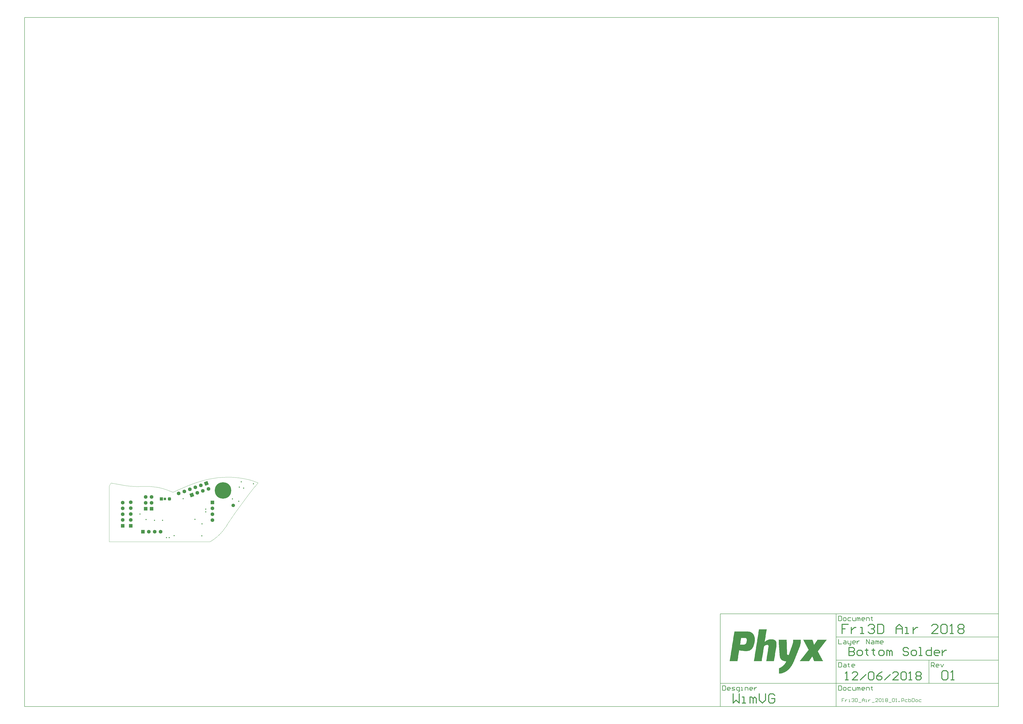
<source format=gbs>
G04*
G04 #@! TF.GenerationSoftware,Altium Limited,Altium Designer,18.1.6 (161)*
G04*
G04 Layer_Color=16711935*
%FSLAX25Y25*%
%MOIN*%
G70*
G01*
G75*
%ADD10C,0.00787*%
%ADD11C,0.00984*%
%ADD13C,0.01575*%
%ADD18C,0.00394*%
%ADD47C,0.06299*%
%ADD48R,0.06299X0.06299*%
%ADD49R,0.04331X0.04331*%
G04:AMPARAMS|DCode=50|XSize=43.31mil|YSize=43.31mil|CornerRadius=11.81mil|HoleSize=0mil|Usage=FLASHONLY|Rotation=0.000|XOffset=0mil|YOffset=0mil|HoleType=Round|Shape=RoundedRectangle|*
%AMROUNDEDRECTD50*
21,1,0.04331,0.01968,0,0,0.0*
21,1,0.01968,0.04331,0,0,0.0*
1,1,0.02362,0.00984,-0.00984*
1,1,0.02362,-0.00984,-0.00984*
1,1,0.02362,-0.00984,0.00984*
1,1,0.02362,0.00984,0.00984*
%
%ADD50ROUNDEDRECTD50*%
G04:AMPARAMS|DCode=51|XSize=53.15mil|YSize=53.15mil|CornerRadius=14.27mil|HoleSize=0mil|Usage=FLASHONLY|Rotation=0.000|XOffset=0mil|YOffset=0mil|HoleType=Round|Shape=RoundedRectangle|*
%AMROUNDEDRECTD51*
21,1,0.05315,0.02461,0,0,0.0*
21,1,0.02461,0.05315,0,0,0.0*
1,1,0.02854,0.01230,-0.01230*
1,1,0.02854,-0.01230,-0.01230*
1,1,0.02854,-0.01230,0.01230*
1,1,0.02854,0.01230,0.01230*
%
%ADD51ROUNDEDRECTD51*%
%ADD52R,0.05315X0.05315*%
%ADD53R,0.06299X0.06299*%
%ADD54C,0.05906*%
%ADD55P,0.08908X4X65.0*%
%ADD56C,0.27953*%
%ADD73C,0.01968*%
G36*
X913926Y-152365D02*
X915644D01*
Y-152651D01*
X916503D01*
Y-152937D01*
X917362D01*
Y-153224D01*
X918221D01*
Y-153510D01*
X918793D01*
Y-153796D01*
X919080D01*
Y-154083D01*
X919652D01*
Y-154369D01*
X919939D01*
Y-154655D01*
X920511D01*
Y-154942D01*
X920798D01*
Y-155228D01*
X921084D01*
Y-155514D01*
X921370D01*
Y-155801D01*
X921657D01*
Y-156087D01*
X921943D01*
Y-156373D01*
X922229D01*
Y-156659D01*
Y-156946D01*
X922515D01*
Y-157232D01*
X922802D01*
Y-157518D01*
Y-157805D01*
X923088D01*
Y-158091D01*
X923374D01*
Y-158377D01*
Y-158664D01*
X923661D01*
Y-158950D01*
Y-159236D01*
Y-159523D01*
X923947D01*
Y-159809D01*
Y-160095D01*
Y-160382D01*
X924233D01*
Y-160668D01*
Y-160954D01*
Y-161240D01*
Y-161527D01*
X924520D01*
Y-161813D01*
Y-162100D01*
Y-162386D01*
Y-162672D01*
Y-162958D01*
X924806D01*
Y-163245D01*
Y-163531D01*
Y-163817D01*
Y-164104D01*
Y-164390D01*
Y-164676D01*
Y-164963D01*
Y-165249D01*
Y-165535D01*
Y-165822D01*
Y-166108D01*
Y-166394D01*
Y-166681D01*
Y-166967D01*
Y-167253D01*
Y-167539D01*
Y-167826D01*
Y-168112D01*
Y-168398D01*
Y-168685D01*
X924520D01*
Y-168971D01*
Y-169257D01*
Y-169544D01*
Y-169830D01*
Y-170116D01*
Y-170403D01*
Y-170689D01*
X924233D01*
Y-170975D01*
Y-171262D01*
Y-171548D01*
Y-171834D01*
Y-172120D01*
X923947D01*
Y-172407D01*
Y-172693D01*
Y-172979D01*
Y-173266D01*
Y-173552D01*
X923661D01*
Y-173838D01*
Y-174125D01*
Y-174411D01*
X923374D01*
Y-174697D01*
Y-174984D01*
Y-175270D01*
Y-175556D01*
X923088D01*
Y-175842D01*
Y-176129D01*
Y-176415D01*
X922802D01*
Y-176701D01*
Y-176988D01*
X922515D01*
Y-177274D01*
Y-177560D01*
Y-177847D01*
X922229D01*
Y-178133D01*
Y-178419D01*
X921943D01*
Y-178706D01*
Y-178992D01*
X921657D01*
Y-179278D01*
Y-179565D01*
X921370D01*
Y-179851D01*
X921084D01*
Y-180137D01*
Y-180423D01*
X920798D01*
Y-180710D01*
X920511D01*
Y-180996D01*
X920225D01*
Y-181282D01*
Y-181569D01*
X919939D01*
Y-181855D01*
X919652D01*
Y-182141D01*
X919366D01*
Y-182428D01*
X919080D01*
Y-182714D01*
X918793D01*
Y-183000D01*
X918221D01*
Y-183287D01*
X917934D01*
Y-183573D01*
X917362D01*
Y-183859D01*
X917076D01*
Y-184146D01*
X916503D01*
Y-184432D01*
X915644D01*
Y-184718D01*
X914785D01*
Y-185004D01*
X913926D01*
Y-185291D01*
X912208D01*
Y-185577D01*
X907055D01*
Y-185291D01*
X904478D01*
Y-185004D01*
X902474D01*
Y-184718D01*
X901042D01*
Y-184432D01*
X899610D01*
Y-184146D01*
X898179D01*
Y-184432D01*
Y-184718D01*
Y-185004D01*
Y-185291D01*
Y-185577D01*
Y-185863D01*
Y-186150D01*
X897892D01*
Y-186436D01*
Y-186722D01*
Y-187009D01*
Y-187295D01*
Y-187581D01*
Y-187868D01*
X897606D01*
Y-188154D01*
Y-188440D01*
Y-188727D01*
Y-189013D01*
Y-189299D01*
Y-189585D01*
X897320D01*
Y-189872D01*
Y-190158D01*
Y-190444D01*
Y-190731D01*
Y-191017D01*
Y-191303D01*
Y-191590D01*
X897034D01*
Y-191876D01*
Y-192162D01*
Y-192449D01*
Y-192735D01*
Y-193021D01*
Y-193308D01*
X896747D01*
Y-193594D01*
Y-193880D01*
Y-194167D01*
Y-194453D01*
Y-194739D01*
Y-195025D01*
X896461D01*
Y-195312D01*
Y-195598D01*
Y-195884D01*
Y-196171D01*
Y-196457D01*
Y-196743D01*
Y-197030D01*
X896175D01*
Y-197316D01*
Y-197602D01*
Y-197889D01*
Y-198175D01*
Y-198461D01*
Y-198748D01*
X895888D01*
Y-199034D01*
Y-199320D01*
Y-199606D01*
Y-199893D01*
Y-200179D01*
Y-200465D01*
X895602D01*
Y-200752D01*
Y-201038D01*
Y-201324D01*
Y-201611D01*
Y-201897D01*
Y-202183D01*
Y-202470D01*
X882145D01*
Y-202183D01*
X882432D01*
Y-201897D01*
Y-201611D01*
Y-201324D01*
Y-201038D01*
Y-200752D01*
X882718D01*
Y-200465D01*
Y-200179D01*
Y-199893D01*
Y-199606D01*
Y-199320D01*
Y-199034D01*
Y-198748D01*
X883004D01*
Y-198461D01*
Y-198175D01*
Y-197889D01*
Y-197602D01*
Y-197316D01*
Y-197030D01*
X883291D01*
Y-196743D01*
Y-196457D01*
Y-196171D01*
Y-195884D01*
Y-195598D01*
Y-195312D01*
X883577D01*
Y-195025D01*
Y-194739D01*
Y-194453D01*
Y-194167D01*
Y-193880D01*
Y-193594D01*
Y-193308D01*
X883863D01*
Y-193021D01*
Y-192735D01*
Y-192449D01*
Y-192162D01*
Y-191876D01*
Y-191590D01*
X884149D01*
Y-191303D01*
Y-191017D01*
Y-190731D01*
Y-190444D01*
Y-190158D01*
Y-189872D01*
X884436D01*
Y-189585D01*
Y-189299D01*
Y-189013D01*
Y-188727D01*
Y-188440D01*
Y-188154D01*
X884722D01*
Y-187868D01*
Y-187581D01*
Y-187295D01*
Y-187009D01*
Y-186722D01*
Y-186436D01*
Y-186150D01*
X885009D01*
Y-185863D01*
Y-185577D01*
Y-185291D01*
Y-185004D01*
Y-184718D01*
Y-184432D01*
X885295D01*
Y-184146D01*
Y-183859D01*
Y-183573D01*
Y-183287D01*
Y-183000D01*
Y-182714D01*
X885581D01*
Y-182428D01*
Y-182141D01*
Y-181855D01*
Y-181569D01*
Y-181282D01*
Y-180996D01*
X885867D01*
Y-180710D01*
Y-180423D01*
Y-180137D01*
Y-179851D01*
Y-179565D01*
Y-179278D01*
Y-178992D01*
X886154D01*
Y-178706D01*
Y-178419D01*
Y-178133D01*
Y-177847D01*
Y-177560D01*
Y-177274D01*
X886440D01*
Y-176988D01*
Y-176701D01*
Y-176415D01*
Y-176129D01*
Y-175842D01*
Y-175556D01*
X886726D01*
Y-175270D01*
Y-174984D01*
Y-174697D01*
Y-174411D01*
Y-174125D01*
Y-173838D01*
Y-173552D01*
X887013D01*
Y-173266D01*
Y-172979D01*
Y-172693D01*
Y-172407D01*
Y-172120D01*
Y-171834D01*
X887299D01*
Y-171548D01*
Y-171262D01*
Y-170975D01*
Y-170689D01*
Y-170403D01*
Y-170116D01*
X887585D01*
Y-169830D01*
Y-169544D01*
Y-169257D01*
Y-168971D01*
Y-168685D01*
Y-168398D01*
X887872D01*
Y-168112D01*
Y-167826D01*
Y-167539D01*
Y-167253D01*
Y-166967D01*
Y-166681D01*
Y-166394D01*
X888158D01*
Y-166108D01*
Y-165822D01*
Y-165535D01*
Y-165249D01*
Y-164963D01*
Y-164676D01*
X888444D01*
Y-164390D01*
Y-164104D01*
Y-163817D01*
Y-163531D01*
Y-163245D01*
Y-162958D01*
X888731D01*
Y-162672D01*
Y-162386D01*
Y-162100D01*
Y-161813D01*
Y-161527D01*
Y-161240D01*
Y-160954D01*
X889017D01*
Y-160668D01*
Y-160382D01*
Y-160095D01*
Y-159809D01*
Y-159523D01*
Y-159236D01*
X889303D01*
Y-158950D01*
Y-158664D01*
Y-158377D01*
Y-158091D01*
Y-157805D01*
Y-157518D01*
X889590D01*
Y-157232D01*
Y-156946D01*
Y-156659D01*
Y-156373D01*
Y-156087D01*
Y-155801D01*
Y-155514D01*
X889876D01*
Y-155228D01*
Y-154942D01*
Y-154655D01*
Y-154369D01*
Y-154083D01*
Y-153796D01*
X890162D01*
Y-153510D01*
Y-153224D01*
Y-152937D01*
Y-152651D01*
Y-152365D01*
Y-152078D01*
X913926D01*
Y-152365D01*
D02*
G37*
G36*
X945134Y-148929D02*
Y-149215D01*
X944848D01*
Y-149502D01*
Y-149788D01*
Y-150074D01*
Y-150361D01*
Y-150647D01*
Y-150933D01*
X944561D01*
Y-151220D01*
Y-151506D01*
Y-151792D01*
Y-152078D01*
Y-152365D01*
Y-152651D01*
X944275D01*
Y-152937D01*
Y-153224D01*
Y-153510D01*
Y-153796D01*
Y-154083D01*
Y-154369D01*
Y-154655D01*
X943989D01*
Y-154942D01*
Y-155228D01*
Y-155514D01*
Y-155801D01*
Y-156087D01*
Y-156373D01*
X943703D01*
Y-156659D01*
Y-156946D01*
Y-157232D01*
Y-157518D01*
Y-157805D01*
Y-158091D01*
X943416D01*
Y-158377D01*
Y-158664D01*
Y-158950D01*
Y-159236D01*
Y-159523D01*
Y-159809D01*
Y-160095D01*
X943130D01*
Y-160382D01*
Y-160668D01*
Y-160954D01*
Y-161240D01*
Y-161527D01*
Y-161813D01*
X942844D01*
Y-162100D01*
Y-162386D01*
Y-162672D01*
Y-162958D01*
Y-163245D01*
Y-163531D01*
X942557D01*
Y-163817D01*
Y-164104D01*
Y-164390D01*
Y-164676D01*
Y-164963D01*
Y-165249D01*
X942271D01*
Y-165535D01*
Y-165822D01*
Y-166108D01*
Y-166394D01*
Y-166681D01*
Y-166967D01*
Y-167253D01*
X941985D01*
Y-167539D01*
Y-167826D01*
Y-168112D01*
Y-168398D01*
Y-168685D01*
Y-168971D01*
X941698D01*
Y-169257D01*
Y-169544D01*
X942271D01*
Y-169257D01*
X942557D01*
Y-168971D01*
X942844D01*
Y-168685D01*
X943416D01*
Y-168398D01*
X943703D01*
Y-168112D01*
X943989D01*
Y-167826D01*
X944561D01*
Y-167539D01*
X945134D01*
Y-167253D01*
X945420D01*
Y-166967D01*
X945993D01*
Y-166681D01*
X946852D01*
Y-166394D01*
X947425D01*
Y-166108D01*
X948284D01*
Y-165822D01*
X949715D01*
Y-165535D01*
X956014D01*
Y-165822D01*
X957159D01*
Y-166108D01*
X958018D01*
Y-166394D01*
X958591D01*
Y-166681D01*
X958877D01*
Y-166967D01*
X959450D01*
Y-167253D01*
X959736D01*
Y-167539D01*
X960022D01*
Y-167826D01*
X960309D01*
Y-168112D01*
X960595D01*
Y-168398D01*
Y-168685D01*
X960881D01*
Y-168971D01*
Y-169257D01*
X961168D01*
Y-169544D01*
Y-169830D01*
Y-170116D01*
X961454D01*
Y-170403D01*
Y-170689D01*
Y-170975D01*
Y-171262D01*
X961740D01*
Y-171548D01*
Y-171834D01*
Y-172120D01*
Y-172407D01*
Y-172693D01*
Y-172979D01*
Y-173266D01*
Y-173552D01*
Y-173838D01*
Y-174125D01*
Y-174411D01*
Y-174697D01*
Y-174984D01*
Y-175270D01*
Y-175556D01*
Y-175842D01*
Y-176129D01*
Y-176415D01*
X961454D01*
Y-176701D01*
Y-176988D01*
Y-177274D01*
Y-177560D01*
Y-177847D01*
Y-178133D01*
Y-178419D01*
X961168D01*
Y-178706D01*
Y-178992D01*
Y-179278D01*
Y-179565D01*
Y-179851D01*
Y-180137D01*
Y-180423D01*
X960881D01*
Y-180710D01*
Y-180996D01*
Y-181282D01*
Y-181569D01*
Y-181855D01*
Y-182141D01*
X960595D01*
Y-182428D01*
Y-182714D01*
Y-183000D01*
Y-183287D01*
Y-183573D01*
Y-183859D01*
X960309D01*
Y-184146D01*
Y-184432D01*
Y-184718D01*
Y-185004D01*
Y-185291D01*
Y-185577D01*
X960022D01*
Y-185863D01*
Y-186150D01*
Y-186436D01*
Y-186722D01*
Y-187009D01*
Y-187295D01*
Y-187581D01*
X959736D01*
Y-187868D01*
Y-188154D01*
Y-188440D01*
Y-188727D01*
Y-189013D01*
Y-189299D01*
X959450D01*
Y-189585D01*
Y-189872D01*
Y-190158D01*
Y-190444D01*
Y-190731D01*
Y-191017D01*
X959163D01*
Y-191303D01*
Y-191590D01*
Y-191876D01*
Y-192162D01*
Y-192449D01*
Y-192735D01*
Y-193021D01*
X958877D01*
Y-193308D01*
Y-193594D01*
Y-193880D01*
Y-194167D01*
Y-194453D01*
Y-194739D01*
X958591D01*
Y-195025D01*
Y-195312D01*
Y-195598D01*
Y-195884D01*
Y-196171D01*
Y-196457D01*
X958305D01*
Y-196743D01*
Y-197030D01*
Y-197316D01*
Y-197602D01*
Y-197889D01*
Y-198175D01*
X958018D01*
Y-198461D01*
Y-198748D01*
Y-199034D01*
Y-199320D01*
Y-199606D01*
Y-199893D01*
Y-200179D01*
X957732D01*
Y-200465D01*
Y-200752D01*
Y-201038D01*
Y-201324D01*
Y-201611D01*
Y-201897D01*
X957446D01*
Y-202183D01*
Y-202470D01*
X944275D01*
Y-202183D01*
Y-201897D01*
X944561D01*
Y-201611D01*
Y-201324D01*
Y-201038D01*
Y-200752D01*
Y-200465D01*
Y-200179D01*
X944848D01*
Y-199893D01*
Y-199606D01*
Y-199320D01*
Y-199034D01*
Y-198748D01*
Y-198461D01*
Y-198175D01*
X945134D01*
Y-197889D01*
Y-197602D01*
Y-197316D01*
Y-197030D01*
Y-196743D01*
Y-196457D01*
X945420D01*
Y-196171D01*
Y-195884D01*
Y-195598D01*
Y-195312D01*
Y-195025D01*
Y-194739D01*
X945707D01*
Y-194453D01*
Y-194167D01*
Y-193880D01*
Y-193594D01*
Y-193308D01*
Y-193021D01*
Y-192735D01*
X945993D01*
Y-192449D01*
Y-192162D01*
Y-191876D01*
Y-191590D01*
Y-191303D01*
Y-191017D01*
X946279D01*
Y-190731D01*
Y-190444D01*
Y-190158D01*
Y-189872D01*
Y-189585D01*
Y-189299D01*
Y-189013D01*
X946566D01*
Y-188727D01*
Y-188440D01*
Y-188154D01*
Y-187868D01*
Y-187581D01*
Y-187295D01*
X946852D01*
Y-187009D01*
Y-186722D01*
Y-186436D01*
Y-186150D01*
Y-185863D01*
Y-185577D01*
X947138D01*
Y-185291D01*
Y-185004D01*
Y-184718D01*
Y-184432D01*
Y-184146D01*
Y-183859D01*
X947425D01*
Y-183573D01*
Y-183287D01*
Y-183000D01*
Y-182714D01*
Y-182428D01*
Y-182141D01*
Y-181855D01*
X947711D01*
Y-181569D01*
Y-181282D01*
Y-180996D01*
Y-180710D01*
Y-180423D01*
Y-180137D01*
X947997D01*
Y-179851D01*
Y-179565D01*
Y-179278D01*
Y-178992D01*
Y-178706D01*
Y-178419D01*
Y-178133D01*
X948284D01*
Y-177847D01*
Y-177560D01*
Y-177274D01*
Y-176988D01*
Y-176701D01*
Y-176415D01*
X947997D01*
Y-176129D01*
Y-175842D01*
X947711D01*
Y-175556D01*
X947425D01*
Y-175270D01*
X946852D01*
Y-174984D01*
X945134D01*
Y-175270D01*
X943703D01*
Y-175556D01*
X942844D01*
Y-175842D01*
X942271D01*
Y-176129D01*
X941985D01*
Y-176415D01*
X941412D01*
Y-176701D01*
X941126D01*
Y-176988D01*
X940839D01*
Y-177274D01*
Y-177560D01*
X940553D01*
Y-177847D01*
Y-178133D01*
Y-178419D01*
X940267D01*
Y-178706D01*
Y-178992D01*
Y-179278D01*
Y-179565D01*
Y-179851D01*
Y-180137D01*
X939981D01*
Y-180423D01*
Y-180710D01*
Y-180996D01*
Y-181282D01*
Y-181569D01*
Y-181855D01*
Y-182141D01*
X939694D01*
Y-182428D01*
Y-182714D01*
Y-183000D01*
Y-183287D01*
Y-183573D01*
Y-183859D01*
X939408D01*
Y-184146D01*
Y-184432D01*
Y-184718D01*
Y-185004D01*
Y-185291D01*
Y-185577D01*
X939122D01*
Y-185863D01*
Y-186150D01*
Y-186436D01*
Y-186722D01*
Y-187009D01*
Y-187295D01*
X938835D01*
Y-187581D01*
Y-187868D01*
Y-188154D01*
Y-188440D01*
Y-188727D01*
Y-189013D01*
Y-189299D01*
X938549D01*
Y-189585D01*
Y-189872D01*
Y-190158D01*
Y-190444D01*
Y-190731D01*
Y-191017D01*
X938263D01*
Y-191303D01*
Y-191590D01*
Y-191876D01*
Y-192162D01*
Y-192449D01*
Y-192735D01*
X937976D01*
Y-193021D01*
Y-193308D01*
Y-193594D01*
Y-193880D01*
Y-194167D01*
Y-194453D01*
Y-194739D01*
X937690D01*
Y-195025D01*
Y-195312D01*
Y-195598D01*
Y-195884D01*
Y-196171D01*
Y-196457D01*
X937404D01*
Y-196743D01*
Y-197030D01*
Y-197316D01*
Y-197602D01*
Y-197889D01*
Y-198175D01*
X937117D01*
Y-198461D01*
Y-198748D01*
Y-199034D01*
Y-199320D01*
Y-199606D01*
Y-199893D01*
X936831D01*
Y-200179D01*
Y-200465D01*
Y-200752D01*
Y-201038D01*
Y-201324D01*
Y-201611D01*
Y-201897D01*
X936545D01*
Y-202183D01*
Y-202470D01*
X923374D01*
Y-202183D01*
Y-201897D01*
X923661D01*
Y-201611D01*
Y-201324D01*
Y-201038D01*
Y-200752D01*
Y-200465D01*
Y-200179D01*
Y-199893D01*
X923947D01*
Y-199606D01*
Y-199320D01*
Y-199034D01*
Y-198748D01*
Y-198461D01*
Y-198175D01*
X924233D01*
Y-197889D01*
Y-197602D01*
Y-197316D01*
Y-197030D01*
Y-196743D01*
Y-196457D01*
X924520D01*
Y-196171D01*
Y-195884D01*
Y-195598D01*
Y-195312D01*
Y-195025D01*
Y-194739D01*
Y-194453D01*
X924806D01*
Y-194167D01*
Y-193880D01*
Y-193594D01*
Y-193308D01*
Y-193021D01*
Y-192735D01*
X925092D01*
Y-192449D01*
Y-192162D01*
Y-191876D01*
Y-191590D01*
Y-191303D01*
Y-191017D01*
X925379D01*
Y-190731D01*
Y-190444D01*
Y-190158D01*
Y-189872D01*
Y-189585D01*
Y-189299D01*
X925665D01*
Y-189013D01*
Y-188727D01*
Y-188440D01*
Y-188154D01*
Y-187868D01*
Y-187581D01*
Y-187295D01*
X925951D01*
Y-187009D01*
Y-186722D01*
Y-186436D01*
Y-186150D01*
Y-185863D01*
Y-185577D01*
X926237D01*
Y-185291D01*
Y-185004D01*
Y-184718D01*
Y-184432D01*
Y-184146D01*
Y-183859D01*
X926524D01*
Y-183573D01*
Y-183287D01*
Y-183000D01*
Y-182714D01*
Y-182428D01*
Y-182141D01*
Y-181855D01*
X926810D01*
Y-181569D01*
Y-181282D01*
Y-180996D01*
Y-180710D01*
Y-180423D01*
Y-180137D01*
X927096D01*
Y-179851D01*
Y-179565D01*
Y-179278D01*
Y-178992D01*
Y-178706D01*
Y-178419D01*
X927383D01*
Y-178133D01*
Y-177847D01*
Y-177560D01*
Y-177274D01*
Y-176988D01*
Y-176701D01*
X927669D01*
Y-176415D01*
Y-176129D01*
Y-175842D01*
Y-175556D01*
Y-175270D01*
Y-174984D01*
Y-174697D01*
X927955D01*
Y-174411D01*
Y-174125D01*
Y-173838D01*
Y-173552D01*
Y-173266D01*
Y-172979D01*
X928242D01*
Y-172693D01*
Y-172407D01*
Y-172120D01*
Y-171834D01*
Y-171548D01*
Y-171262D01*
X928528D01*
Y-170975D01*
Y-170689D01*
Y-170403D01*
Y-170116D01*
Y-169830D01*
Y-169544D01*
X928814D01*
Y-169257D01*
Y-168971D01*
Y-168685D01*
Y-168398D01*
Y-168112D01*
Y-167826D01*
Y-167539D01*
X929101D01*
Y-167253D01*
Y-166967D01*
Y-166681D01*
Y-166394D01*
Y-166108D01*
Y-165822D01*
X929387D01*
Y-165535D01*
Y-165249D01*
Y-164963D01*
Y-164676D01*
Y-164390D01*
Y-164104D01*
X929673D01*
Y-163817D01*
Y-163531D01*
Y-163245D01*
Y-162958D01*
Y-162672D01*
Y-162386D01*
Y-162100D01*
X929960D01*
Y-161813D01*
Y-161527D01*
Y-161240D01*
Y-160954D01*
Y-160668D01*
Y-160382D01*
X930246D01*
Y-160095D01*
Y-159809D01*
Y-159523D01*
Y-159236D01*
Y-158950D01*
Y-158664D01*
X930532D01*
Y-158377D01*
Y-158091D01*
Y-157805D01*
Y-157518D01*
Y-157232D01*
Y-156946D01*
X930818D01*
Y-156659D01*
Y-156373D01*
Y-156087D01*
Y-155801D01*
Y-155514D01*
Y-155228D01*
Y-154942D01*
X931105D01*
Y-154655D01*
Y-154369D01*
Y-154083D01*
Y-153796D01*
Y-153510D01*
Y-153224D01*
X931391D01*
Y-152937D01*
Y-152651D01*
Y-152365D01*
Y-152078D01*
Y-151792D01*
Y-151506D01*
X931678D01*
Y-151220D01*
Y-150933D01*
Y-150647D01*
Y-150361D01*
Y-150074D01*
Y-149788D01*
Y-149502D01*
X931964D01*
Y-149215D01*
Y-148929D01*
Y-148643D01*
X945134D01*
Y-148929D01*
D02*
G37*
G36*
X1047062Y-166394D02*
X1046775D01*
Y-166681D01*
X1046489D01*
Y-166967D01*
Y-167253D01*
X1046203D01*
Y-167539D01*
X1045916D01*
Y-167826D01*
X1045630D01*
Y-168112D01*
Y-168398D01*
X1045344D01*
Y-168685D01*
X1045057D01*
Y-168971D01*
X1044771D01*
Y-169257D01*
X1044485D01*
Y-169544D01*
Y-169830D01*
X1044198D01*
Y-170116D01*
X1043912D01*
Y-170403D01*
X1043626D01*
Y-170689D01*
Y-170975D01*
X1043340D01*
Y-171262D01*
X1043053D01*
Y-171548D01*
X1042767D01*
Y-171834D01*
X1042480D01*
Y-172120D01*
Y-172407D01*
X1042194D01*
Y-172693D01*
X1041908D01*
Y-172979D01*
X1041622D01*
Y-173266D01*
Y-173552D01*
X1041335D01*
Y-173838D01*
X1041049D01*
Y-174125D01*
X1040763D01*
Y-174411D01*
Y-174697D01*
X1040476D01*
Y-174984D01*
X1040190D01*
Y-175270D01*
X1039904D01*
Y-175556D01*
X1039617D01*
Y-175842D01*
Y-176129D01*
X1039331D01*
Y-176415D01*
X1039045D01*
Y-176701D01*
X1038758D01*
Y-176988D01*
Y-177274D01*
X1038472D01*
Y-177560D01*
X1038186D01*
Y-177847D01*
X1037899D01*
Y-178133D01*
Y-178419D01*
X1037613D01*
Y-178706D01*
X1037327D01*
Y-178992D01*
X1037041D01*
Y-179278D01*
X1036754D01*
Y-179565D01*
Y-179851D01*
X1036468D01*
Y-180137D01*
X1036182D01*
Y-180423D01*
X1035895D01*
Y-180710D01*
Y-180996D01*
X1035609D01*
Y-181282D01*
X1035323D01*
Y-181569D01*
X1035036D01*
Y-181855D01*
Y-182141D01*
X1034750D01*
Y-182428D01*
X1034464D01*
Y-182714D01*
X1034177D01*
Y-183000D01*
X1033891D01*
Y-183287D01*
Y-183573D01*
X1033605D01*
Y-183859D01*
X1033319D01*
Y-184146D01*
X1033032D01*
Y-184432D01*
Y-184718D01*
X1032746D01*
Y-185004D01*
X1032460D01*
Y-185291D01*
X1032173D01*
Y-185577D01*
X1031887D01*
Y-185863D01*
Y-186150D01*
X1032173D01*
Y-186436D01*
Y-186722D01*
X1032460D01*
Y-187009D01*
Y-187295D01*
X1032746D01*
Y-187581D01*
X1033032D01*
Y-187868D01*
Y-188154D01*
X1033319D01*
Y-188440D01*
Y-188727D01*
X1033605D01*
Y-189013D01*
Y-189299D01*
X1033891D01*
Y-189585D01*
Y-189872D01*
X1034177D01*
Y-190158D01*
Y-190444D01*
X1034464D01*
Y-190731D01*
Y-191017D01*
X1034750D01*
Y-191303D01*
Y-191590D01*
X1035036D01*
Y-191876D01*
Y-192162D01*
X1035323D01*
Y-192449D01*
X1035609D01*
Y-192735D01*
Y-193021D01*
X1035895D01*
Y-193308D01*
Y-193594D01*
X1036182D01*
Y-193880D01*
Y-194167D01*
X1036468D01*
Y-194453D01*
Y-194739D01*
X1036754D01*
Y-195025D01*
Y-195312D01*
X1037041D01*
Y-195598D01*
Y-195884D01*
X1037327D01*
Y-196171D01*
Y-196457D01*
X1037613D01*
Y-196743D01*
X1037899D01*
Y-197030D01*
Y-197316D01*
X1038186D01*
Y-197602D01*
Y-197889D01*
X1038472D01*
Y-198175D01*
Y-198461D01*
X1038758D01*
Y-198748D01*
Y-199034D01*
X1039045D01*
Y-199320D01*
Y-199606D01*
X1039331D01*
Y-199893D01*
Y-200179D01*
X1039617D01*
Y-200465D01*
Y-200752D01*
X1039904D01*
Y-201038D01*
X1040190D01*
Y-201324D01*
Y-201611D01*
X1040476D01*
Y-201897D01*
Y-202183D01*
X1040763D01*
Y-202470D01*
X1025588D01*
Y-202183D01*
X1025302D01*
Y-201897D01*
Y-201611D01*
Y-201324D01*
X1025016D01*
Y-201038D01*
Y-200752D01*
Y-200465D01*
X1024729D01*
Y-200179D01*
Y-199893D01*
X1024443D01*
Y-199606D01*
Y-199320D01*
Y-199034D01*
X1024156D01*
Y-198748D01*
Y-198461D01*
Y-198175D01*
X1023870D01*
Y-197889D01*
Y-197602D01*
X1023584D01*
Y-197316D01*
Y-197030D01*
Y-196743D01*
X1023298D01*
Y-196457D01*
Y-196171D01*
Y-195884D01*
X1023011D01*
Y-195598D01*
Y-195312D01*
Y-195025D01*
X1022725D01*
Y-194739D01*
X1022152D01*
Y-195025D01*
Y-195312D01*
X1021866D01*
Y-195598D01*
X1021580D01*
Y-195884D01*
Y-196171D01*
X1021293D01*
Y-196457D01*
X1021007D01*
Y-196743D01*
Y-197030D01*
X1020721D01*
Y-197316D01*
X1020434D01*
Y-197602D01*
Y-197889D01*
X1020148D01*
Y-198175D01*
X1019862D01*
Y-198461D01*
X1019576D01*
Y-198748D01*
Y-199034D01*
X1019289D01*
Y-199320D01*
X1019003D01*
Y-199606D01*
Y-199893D01*
X1018717D01*
Y-200179D01*
X1018430D01*
Y-200465D01*
Y-200752D01*
X1018144D01*
Y-201038D01*
X1017858D01*
Y-201324D01*
Y-201611D01*
X1017571D01*
Y-201897D01*
X1017285D01*
Y-202183D01*
Y-202470D01*
X1001252D01*
Y-202183D01*
X1001538D01*
Y-201897D01*
X1001824D01*
Y-201611D01*
X1002110D01*
Y-201324D01*
X1002397D01*
Y-201038D01*
Y-200752D01*
X1002683D01*
Y-200465D01*
X1002969D01*
Y-200179D01*
X1003256D01*
Y-199893D01*
X1003542D01*
Y-199606D01*
Y-199320D01*
X1003828D01*
Y-199034D01*
X1004115D01*
Y-198748D01*
X1004401D01*
Y-198461D01*
Y-198175D01*
X1004687D01*
Y-197889D01*
X1004974D01*
Y-197602D01*
X1005260D01*
Y-197316D01*
X1005546D01*
Y-197030D01*
Y-196743D01*
X1005832D01*
Y-196457D01*
X1006119D01*
Y-196171D01*
X1006405D01*
Y-195884D01*
X1006691D01*
Y-195598D01*
Y-195312D01*
X1006978D01*
Y-195025D01*
X1007264D01*
Y-194739D01*
X1007550D01*
Y-194453D01*
Y-194167D01*
X1007837D01*
Y-193880D01*
X1008123D01*
Y-193594D01*
X1008409D01*
Y-193308D01*
X1008696D01*
Y-193021D01*
Y-192735D01*
X1008982D01*
Y-192449D01*
X1009268D01*
Y-192162D01*
X1009555D01*
Y-191876D01*
Y-191590D01*
X1009841D01*
Y-191303D01*
X1010127D01*
Y-191017D01*
X1010413D01*
Y-190731D01*
X1010700D01*
Y-190444D01*
Y-190158D01*
X1010986D01*
Y-189872D01*
X1011272D01*
Y-189585D01*
X1011559D01*
Y-189299D01*
Y-189013D01*
X1011845D01*
Y-188727D01*
X1012131D01*
Y-188440D01*
X1012418D01*
Y-188154D01*
X1012704D01*
Y-187868D01*
Y-187581D01*
X1012990D01*
Y-187295D01*
X1013277D01*
Y-187009D01*
X1013563D01*
Y-186722D01*
X1013849D01*
Y-186436D01*
Y-186150D01*
X1014136D01*
Y-185863D01*
X1014422D01*
Y-185577D01*
X1014708D01*
Y-185291D01*
Y-185004D01*
X1014995D01*
Y-184718D01*
X1015281D01*
Y-184432D01*
X1015567D01*
Y-184146D01*
X1015853D01*
Y-183859D01*
Y-183573D01*
X1016140D01*
Y-183287D01*
Y-183000D01*
Y-182714D01*
X1015853D01*
Y-182428D01*
X1015567D01*
Y-182141D01*
Y-181855D01*
X1015281D01*
Y-181569D01*
Y-181282D01*
X1014995D01*
Y-180996D01*
Y-180710D01*
X1014708D01*
Y-180423D01*
Y-180137D01*
X1014422D01*
Y-179851D01*
Y-179565D01*
X1014136D01*
Y-179278D01*
Y-178992D01*
X1013849D01*
Y-178706D01*
X1013563D01*
Y-178419D01*
Y-178133D01*
X1013277D01*
Y-177847D01*
Y-177560D01*
X1012990D01*
Y-177274D01*
Y-176988D01*
X1012704D01*
Y-176701D01*
Y-176415D01*
X1012418D01*
Y-176129D01*
Y-175842D01*
X1012131D01*
Y-175556D01*
Y-175270D01*
X1011845D01*
Y-174984D01*
X1011559D01*
Y-174697D01*
Y-174411D01*
X1011272D01*
Y-174125D01*
Y-173838D01*
X1010986D01*
Y-173552D01*
Y-173266D01*
X1010700D01*
Y-172979D01*
Y-172693D01*
X1010413D01*
Y-172407D01*
Y-172120D01*
X1010127D01*
Y-171834D01*
Y-171548D01*
X1009841D01*
Y-171262D01*
Y-170975D01*
X1009555D01*
Y-170689D01*
X1009268D01*
Y-170403D01*
Y-170116D01*
X1008982D01*
Y-169830D01*
Y-169544D01*
X1008696D01*
Y-169257D01*
Y-168971D01*
X1008409D01*
Y-168685D01*
Y-168398D01*
X1008123D01*
Y-168112D01*
Y-167826D01*
X1007837D01*
Y-167539D01*
Y-167253D01*
X1007550D01*
Y-166967D01*
X1007264D01*
Y-166681D01*
Y-166394D01*
X1006978D01*
Y-166108D01*
X1022725D01*
Y-166394D01*
X1023011D01*
Y-166681D01*
Y-166967D01*
Y-167253D01*
X1023298D01*
Y-167539D01*
Y-167826D01*
Y-168112D01*
X1023584D01*
Y-168398D01*
Y-168685D01*
Y-168971D01*
X1023870D01*
Y-169257D01*
Y-169544D01*
Y-169830D01*
X1024156D01*
Y-170116D01*
Y-170403D01*
Y-170689D01*
X1024443D01*
Y-170975D01*
Y-171262D01*
Y-171548D01*
X1024729D01*
Y-171834D01*
Y-172120D01*
Y-172407D01*
X1025016D01*
Y-172693D01*
Y-172979D01*
Y-173266D01*
X1025302D01*
Y-173552D01*
Y-173838D01*
Y-174125D01*
Y-174411D01*
X1025874D01*
Y-174125D01*
X1026161D01*
Y-173838D01*
X1026447D01*
Y-173552D01*
Y-173266D01*
X1026733D01*
Y-172979D01*
X1027020D01*
Y-172693D01*
Y-172407D01*
X1027306D01*
Y-172120D01*
X1027592D01*
Y-171834D01*
Y-171548D01*
X1027879D01*
Y-171262D01*
X1028165D01*
Y-170975D01*
Y-170689D01*
X1028451D01*
Y-170403D01*
X1028738D01*
Y-170116D01*
Y-169830D01*
X1029024D01*
Y-169544D01*
X1029310D01*
Y-169257D01*
Y-168971D01*
X1029597D01*
Y-168685D01*
X1029883D01*
Y-168398D01*
Y-168112D01*
X1030169D01*
Y-167826D01*
X1030455D01*
Y-167539D01*
Y-167253D01*
X1030742D01*
Y-166967D01*
X1031028D01*
Y-166681D01*
Y-166394D01*
X1031314D01*
Y-166108D01*
X1047062D01*
Y-166394D01*
D02*
G37*
G36*
X1002969D02*
Y-166681D01*
Y-166967D01*
Y-167253D01*
Y-167539D01*
Y-167826D01*
Y-168112D01*
Y-168398D01*
Y-168685D01*
Y-168971D01*
Y-169257D01*
Y-169544D01*
Y-169830D01*
Y-170116D01*
Y-170403D01*
Y-170689D01*
Y-170975D01*
Y-171262D01*
Y-171548D01*
Y-171834D01*
Y-172120D01*
X1002683D01*
Y-172407D01*
Y-172693D01*
Y-172979D01*
Y-173266D01*
Y-173552D01*
X1002397D01*
Y-173838D01*
Y-174125D01*
Y-174411D01*
Y-174697D01*
X1002110D01*
Y-174984D01*
Y-175270D01*
Y-175556D01*
Y-175842D01*
X1001824D01*
Y-176129D01*
Y-176415D01*
Y-176701D01*
X1001538D01*
Y-176988D01*
Y-177274D01*
Y-177560D01*
X1001252D01*
Y-177847D01*
Y-178133D01*
Y-178419D01*
X1000965D01*
Y-178706D01*
Y-178992D01*
Y-179278D01*
X1000679D01*
Y-179565D01*
Y-179851D01*
X1000393D01*
Y-180137D01*
Y-180423D01*
X1000106D01*
Y-180710D01*
Y-180996D01*
Y-181282D01*
X999820D01*
Y-181569D01*
Y-181855D01*
X999534D01*
Y-182141D01*
Y-182428D01*
Y-182714D01*
X999247D01*
Y-183000D01*
Y-183287D01*
X998961D01*
Y-183573D01*
Y-183859D01*
Y-184146D01*
X998675D01*
Y-184432D01*
Y-184718D01*
X998388D01*
Y-185004D01*
Y-185291D01*
Y-185577D01*
X998102D01*
Y-185863D01*
Y-186150D01*
X997816D01*
Y-186436D01*
Y-186722D01*
Y-187009D01*
X997529D01*
Y-187295D01*
Y-187581D01*
X997243D01*
Y-187868D01*
Y-188154D01*
Y-188440D01*
X996957D01*
Y-188727D01*
Y-189013D01*
X996671D01*
Y-189299D01*
Y-189585D01*
Y-189872D01*
X996384D01*
Y-190158D01*
Y-190444D01*
X996098D01*
Y-190731D01*
Y-191017D01*
Y-191303D01*
X995811D01*
Y-191590D01*
Y-191876D01*
X995525D01*
Y-192162D01*
Y-192449D01*
Y-192735D01*
X995239D01*
Y-193021D01*
Y-193308D01*
X994953D01*
Y-193594D01*
Y-193880D01*
Y-194167D01*
X994666D01*
Y-194453D01*
Y-194739D01*
X994380D01*
Y-195025D01*
Y-195312D01*
Y-195598D01*
X994094D01*
Y-195884D01*
Y-196171D01*
X993807D01*
Y-196457D01*
Y-196743D01*
Y-197030D01*
X993521D01*
Y-197316D01*
Y-197602D01*
X993235D01*
Y-197889D01*
Y-198175D01*
Y-198461D01*
X992948D01*
Y-198748D01*
Y-199034D01*
X992662D01*
Y-199320D01*
Y-199606D01*
Y-199893D01*
X992376D01*
Y-200179D01*
Y-200465D01*
X992089D01*
Y-200752D01*
Y-201038D01*
Y-201324D01*
X991803D01*
Y-201611D01*
Y-201897D01*
X991517D01*
Y-202183D01*
Y-202470D01*
Y-202756D01*
X991230D01*
Y-203042D01*
Y-203328D01*
X990944D01*
Y-203615D01*
Y-203901D01*
X990658D01*
Y-204187D01*
Y-204474D01*
X990372D01*
Y-204760D01*
Y-205046D01*
Y-205333D01*
X990085D01*
Y-205619D01*
X989799D01*
Y-205905D01*
Y-206192D01*
Y-206478D01*
X989513D01*
Y-206764D01*
X989226D01*
Y-207051D01*
Y-207337D01*
X988940D01*
Y-207623D01*
Y-207909D01*
X988654D01*
Y-208196D01*
Y-208482D01*
X988367D01*
Y-208769D01*
Y-209055D01*
X988081D01*
Y-209341D01*
X987795D01*
Y-209627D01*
Y-209914D01*
X987508D01*
Y-210200D01*
Y-210486D01*
X987222D01*
Y-210773D01*
X986936D01*
Y-211059D01*
X986650D01*
Y-211345D01*
Y-211632D01*
X986363D01*
Y-211918D01*
X986077D01*
Y-212204D01*
Y-212491D01*
X985791D01*
Y-212777D01*
X985504D01*
Y-213063D01*
X985218D01*
Y-213350D01*
Y-213636D01*
X984932D01*
Y-213922D01*
X984645D01*
Y-214208D01*
X984359D01*
Y-214495D01*
X984073D01*
Y-214781D01*
X983786D01*
Y-215067D01*
Y-215354D01*
X983500D01*
Y-215640D01*
X983214D01*
Y-215926D01*
X982928D01*
Y-216213D01*
X982641D01*
Y-216499D01*
X982355D01*
Y-216785D01*
X982069D01*
Y-217072D01*
X981782D01*
Y-217358D01*
X981210D01*
Y-217644D01*
X980923D01*
Y-217931D01*
X980637D01*
Y-218217D01*
X980351D01*
Y-218503D01*
X980064D01*
Y-218789D01*
X979492D01*
Y-219076D01*
X979205D01*
Y-219362D01*
X978633D01*
Y-219648D01*
X978347D01*
Y-219935D01*
X977774D01*
Y-220221D01*
X977487D01*
Y-220507D01*
X976915D01*
Y-220794D01*
X976342D01*
Y-221080D01*
X975770D01*
Y-221366D01*
X975197D01*
Y-221653D01*
X974624D01*
Y-221939D01*
X973765D01*
Y-222225D01*
X973193D01*
Y-222512D01*
X972334D01*
Y-222798D01*
X971189D01*
Y-223084D01*
X970043D01*
Y-223370D01*
X968326D01*
Y-223657D01*
X966321D01*
Y-223943D01*
X966035D01*
Y-223657D01*
Y-223370D01*
Y-223084D01*
Y-222798D01*
Y-222512D01*
Y-222225D01*
Y-221939D01*
Y-221653D01*
Y-221366D01*
Y-221080D01*
Y-220794D01*
Y-220507D01*
Y-220221D01*
Y-219935D01*
Y-219648D01*
Y-219362D01*
Y-219076D01*
Y-218789D01*
Y-218503D01*
Y-218217D01*
Y-217931D01*
Y-217644D01*
Y-217358D01*
Y-217072D01*
Y-216785D01*
Y-216499D01*
Y-216213D01*
Y-215926D01*
Y-215640D01*
Y-215354D01*
Y-215067D01*
Y-214781D01*
Y-214495D01*
X966608D01*
Y-214208D01*
X967180D01*
Y-213922D01*
X967753D01*
Y-213636D01*
X968326D01*
Y-213350D01*
X968898D01*
Y-213063D01*
X969471D01*
Y-212777D01*
X969757D01*
Y-212491D01*
X970330D01*
Y-212204D01*
X970616D01*
Y-211918D01*
X971189D01*
Y-211632D01*
X971475D01*
Y-211345D01*
X971761D01*
Y-211059D01*
X972334D01*
Y-210773D01*
X972620D01*
Y-210486D01*
X972906D01*
Y-210200D01*
X973193D01*
Y-209914D01*
X973479D01*
Y-209627D01*
X973765D01*
Y-209341D01*
X974052D01*
Y-209055D01*
X974338D01*
Y-208769D01*
X974624D01*
Y-208482D01*
X974911D01*
Y-208196D01*
X975197D01*
Y-207909D01*
X975483D01*
Y-207623D01*
Y-207337D01*
X975770D01*
Y-207051D01*
X976056D01*
Y-206764D01*
X976342D01*
Y-206478D01*
Y-206192D01*
X976629D01*
Y-205905D01*
X976915D01*
Y-205619D01*
Y-205333D01*
X977201D01*
Y-205046D01*
Y-204760D01*
X977487D01*
Y-204474D01*
X977774D01*
Y-204187D01*
Y-203901D01*
X978060D01*
Y-203615D01*
Y-203328D01*
X978347D01*
Y-203042D01*
Y-202756D01*
X976629D01*
Y-202470D01*
X974624D01*
Y-202183D01*
X973479D01*
Y-201897D01*
X972906D01*
Y-201611D01*
X972048D01*
Y-201324D01*
X971475D01*
Y-201038D01*
X971189D01*
Y-200752D01*
X970616D01*
Y-200465D01*
X970330D01*
Y-200179D01*
X970043D01*
Y-199893D01*
X969757D01*
Y-199606D01*
X969471D01*
Y-199320D01*
X969184D01*
Y-199034D01*
Y-198748D01*
X968898D01*
Y-198461D01*
X968612D01*
Y-198175D01*
Y-197889D01*
X968326D01*
Y-197602D01*
Y-197316D01*
X968039D01*
Y-197030D01*
Y-196743D01*
X967753D01*
Y-196457D01*
Y-196171D01*
Y-195884D01*
X967467D01*
Y-195598D01*
Y-195312D01*
Y-195025D01*
Y-194739D01*
X967180D01*
Y-194453D01*
Y-194167D01*
Y-193880D01*
Y-193594D01*
Y-193308D01*
Y-193021D01*
Y-192735D01*
X966894D01*
Y-192449D01*
Y-192162D01*
Y-191876D01*
Y-191590D01*
Y-191303D01*
Y-191017D01*
Y-190731D01*
Y-190444D01*
Y-190158D01*
Y-189872D01*
Y-189585D01*
Y-189299D01*
Y-189013D01*
Y-188727D01*
Y-188440D01*
X966608D01*
Y-188154D01*
Y-187868D01*
Y-187581D01*
Y-187295D01*
Y-187009D01*
Y-186722D01*
Y-186436D01*
Y-186150D01*
Y-185863D01*
Y-185577D01*
Y-185291D01*
Y-185004D01*
Y-184718D01*
Y-184432D01*
Y-184146D01*
X966321D01*
Y-183859D01*
Y-183573D01*
Y-183287D01*
Y-183000D01*
Y-182714D01*
Y-182428D01*
Y-182141D01*
Y-181855D01*
Y-181569D01*
Y-181282D01*
Y-180996D01*
Y-180710D01*
Y-180423D01*
Y-180137D01*
Y-179851D01*
Y-179565D01*
X966035D01*
Y-179278D01*
Y-178992D01*
Y-178706D01*
Y-178419D01*
Y-178133D01*
Y-177847D01*
Y-177560D01*
Y-177274D01*
Y-176988D01*
Y-176701D01*
Y-176415D01*
Y-176129D01*
Y-175842D01*
Y-175556D01*
Y-175270D01*
Y-174984D01*
X965749D01*
Y-174697D01*
Y-174411D01*
Y-174125D01*
Y-173838D01*
Y-173552D01*
Y-173266D01*
Y-172979D01*
Y-172693D01*
Y-172407D01*
Y-172120D01*
Y-171834D01*
Y-171548D01*
Y-171262D01*
Y-170975D01*
X965462D01*
Y-170689D01*
Y-170403D01*
Y-170116D01*
Y-169830D01*
Y-169544D01*
Y-169257D01*
Y-168971D01*
Y-168685D01*
Y-168398D01*
Y-168112D01*
Y-167826D01*
Y-167539D01*
Y-167253D01*
Y-166967D01*
Y-166681D01*
Y-166394D01*
X965176D01*
Y-166108D01*
X978919D01*
Y-166394D01*
Y-166681D01*
Y-166967D01*
Y-167253D01*
Y-167539D01*
Y-167826D01*
Y-168112D01*
Y-168398D01*
Y-168685D01*
Y-168971D01*
Y-169257D01*
Y-169544D01*
Y-169830D01*
Y-170116D01*
X979205D01*
Y-170403D01*
Y-170689D01*
Y-170975D01*
Y-171262D01*
Y-171548D01*
Y-171834D01*
Y-172120D01*
Y-172407D01*
Y-172693D01*
Y-172979D01*
Y-173266D01*
Y-173552D01*
Y-173838D01*
Y-174125D01*
Y-174411D01*
Y-174697D01*
Y-174984D01*
Y-175270D01*
Y-175556D01*
Y-175842D01*
Y-176129D01*
Y-176415D01*
Y-176701D01*
Y-176988D01*
Y-177274D01*
Y-177560D01*
Y-177847D01*
Y-178133D01*
Y-178419D01*
Y-178706D01*
Y-178992D01*
Y-179278D01*
Y-179565D01*
Y-179851D01*
Y-180137D01*
Y-180423D01*
Y-180710D01*
Y-180996D01*
Y-181282D01*
Y-181569D01*
Y-181855D01*
X979492D01*
Y-182141D01*
X979205D01*
Y-182428D01*
Y-182714D01*
X979492D01*
Y-183000D01*
Y-183287D01*
Y-183573D01*
Y-183859D01*
Y-184146D01*
Y-184432D01*
Y-184718D01*
Y-185004D01*
Y-185291D01*
Y-185577D01*
Y-185863D01*
Y-186150D01*
Y-186436D01*
Y-186722D01*
Y-187009D01*
Y-187295D01*
Y-187581D01*
Y-187868D01*
Y-188154D01*
Y-188440D01*
Y-188727D01*
Y-189013D01*
Y-189299D01*
Y-189585D01*
Y-189872D01*
Y-190158D01*
X979778D01*
Y-190444D01*
Y-190731D01*
Y-191017D01*
X980064D01*
Y-191303D01*
X980351D01*
Y-191590D01*
X980637D01*
Y-191876D01*
X981496D01*
Y-192162D01*
X982355D01*
Y-191876D01*
X982641D01*
Y-191590D01*
Y-191303D01*
Y-191017D01*
X982928D01*
Y-190731D01*
Y-190444D01*
X983214D01*
Y-190158D01*
Y-189872D01*
Y-189585D01*
X983500D01*
Y-189299D01*
Y-189013D01*
Y-188727D01*
X983786D01*
Y-188440D01*
Y-188154D01*
Y-187868D01*
X984073D01*
Y-187581D01*
Y-187295D01*
Y-187009D01*
X984359D01*
Y-186722D01*
Y-186436D01*
X984645D01*
Y-186150D01*
Y-185863D01*
Y-185577D01*
X984932D01*
Y-185291D01*
Y-185004D01*
Y-184718D01*
X985218D01*
Y-184432D01*
Y-184146D01*
Y-183859D01*
X985504D01*
Y-183573D01*
Y-183287D01*
X985791D01*
Y-183000D01*
Y-182714D01*
Y-182428D01*
X986077D01*
Y-182141D01*
Y-181855D01*
Y-181569D01*
X986363D01*
Y-181282D01*
Y-180996D01*
Y-180710D01*
X986650D01*
Y-180423D01*
Y-180137D01*
X986936D01*
Y-179851D01*
Y-179565D01*
Y-179278D01*
X987222D01*
Y-178992D01*
Y-178706D01*
Y-178419D01*
X987508D01*
Y-178133D01*
Y-177847D01*
Y-177560D01*
X987795D01*
Y-177274D01*
Y-176988D01*
X988081D01*
Y-176701D01*
Y-176415D01*
Y-176129D01*
X988367D01*
Y-175842D01*
Y-175556D01*
Y-175270D01*
X988654D01*
Y-174984D01*
Y-174697D01*
Y-174411D01*
X988940D01*
Y-174125D01*
Y-173838D01*
Y-173552D01*
Y-173266D01*
X989226D01*
Y-172979D01*
Y-172693D01*
Y-172407D01*
Y-172120D01*
X989513D01*
Y-171834D01*
Y-171548D01*
Y-171262D01*
Y-170975D01*
Y-170689D01*
X989799D01*
Y-170403D01*
Y-170116D01*
Y-169830D01*
Y-169544D01*
Y-169257D01*
Y-168971D01*
X990085D01*
Y-168685D01*
Y-168398D01*
Y-168112D01*
Y-167826D01*
Y-167539D01*
Y-167253D01*
Y-166967D01*
Y-166681D01*
Y-166394D01*
Y-166108D01*
X1002969D01*
Y-166394D01*
D02*
G37*
%LPC*%
G36*
X909631Y-163245D02*
X901615D01*
Y-163531D01*
Y-163817D01*
Y-164104D01*
Y-164390D01*
Y-164676D01*
X901328D01*
Y-164963D01*
Y-165249D01*
Y-165535D01*
Y-165822D01*
Y-166108D01*
Y-166394D01*
X901042D01*
Y-166681D01*
Y-166967D01*
Y-167253D01*
Y-167539D01*
Y-167826D01*
Y-168112D01*
X900756D01*
Y-168398D01*
Y-168685D01*
Y-168971D01*
Y-169257D01*
Y-169544D01*
Y-169830D01*
X900469D01*
Y-170116D01*
Y-170403D01*
Y-170689D01*
Y-170975D01*
Y-171262D01*
Y-171548D01*
Y-171834D01*
X900183D01*
Y-172120D01*
Y-172407D01*
Y-172693D01*
Y-172979D01*
Y-173266D01*
Y-173552D01*
X899897D01*
Y-173838D01*
Y-174125D01*
Y-174411D01*
X907055D01*
Y-174125D01*
X908200D01*
Y-173838D01*
X908772D01*
Y-173552D01*
X909059D01*
Y-173266D01*
X909345D01*
Y-172979D01*
X909631D01*
Y-172693D01*
X909918D01*
Y-172407D01*
Y-172120D01*
X910204D01*
Y-171834D01*
Y-171548D01*
X910490D01*
Y-171262D01*
Y-170975D01*
X910777D01*
Y-170689D01*
Y-170403D01*
Y-170116D01*
Y-169830D01*
X911063D01*
Y-169544D01*
Y-169257D01*
Y-168971D01*
Y-168685D01*
Y-168398D01*
X911349D01*
Y-168112D01*
Y-167826D01*
Y-167539D01*
Y-167253D01*
Y-166967D01*
Y-166681D01*
Y-166394D01*
Y-166108D01*
Y-165822D01*
Y-165535D01*
Y-165249D01*
X911063D01*
Y-164963D01*
Y-164676D01*
X910777D01*
Y-164390D01*
Y-164104D01*
X910490D01*
Y-163817D01*
X910204D01*
Y-163531D01*
X909631D01*
Y-163245D01*
D02*
G37*
%LPD*%
D10*
X1220472Y-240158D02*
Y-200787D01*
X1062992Y-161417D02*
X1338583D01*
X1062992Y-200787D02*
X1338583D01*
X866142Y-240158D02*
X1338583D01*
X866142Y-122047D02*
X1338583D01*
X866142Y-279527D02*
Y-122047D01*
X1062992Y-279527D02*
Y-122047D01*
X-314961Y889764D02*
X1338583D01*
Y-279527D02*
Y889764D01*
X-314961Y-279527D02*
Y889764D01*
Y-279527D02*
X1338583D01*
X1076770Y-265750D02*
X1072835D01*
Y-268702D01*
X1074802D01*
X1072835D01*
Y-271654D01*
X1078738Y-267718D02*
Y-271654D01*
Y-269686D01*
X1079722Y-268702D01*
X1080706Y-267718D01*
X1081690D01*
X1084642Y-271654D02*
X1086610D01*
X1085626D01*
Y-267718D01*
X1084642D01*
X1089561Y-266734D02*
X1090545Y-265750D01*
X1092513D01*
X1093497Y-266734D01*
Y-267718D01*
X1092513Y-268702D01*
X1091529D01*
X1092513D01*
X1093497Y-269686D01*
Y-270670D01*
X1092513Y-271654D01*
X1090545D01*
X1089561Y-270670D01*
X1095465Y-265750D02*
Y-271654D01*
X1098417D01*
X1099401Y-270670D01*
Y-266734D01*
X1098417Y-265750D01*
X1095465D01*
X1101369Y-272638D02*
X1105304D01*
X1107272Y-271654D02*
Y-267718D01*
X1109240Y-265750D01*
X1111208Y-267718D01*
Y-271654D01*
Y-268702D01*
X1107272D01*
X1113176Y-271654D02*
X1115144D01*
X1114160D01*
Y-267718D01*
X1113176D01*
X1118096D02*
Y-271654D01*
Y-269686D01*
X1119079Y-268702D01*
X1120063Y-267718D01*
X1121047D01*
X1123999Y-272638D02*
X1127935D01*
X1133838Y-271654D02*
X1129903D01*
X1133838Y-267718D01*
Y-266734D01*
X1132855Y-265750D01*
X1130887D01*
X1129903Y-266734D01*
X1135806D02*
X1136790Y-265750D01*
X1138758D01*
X1139742Y-266734D01*
Y-270670D01*
X1138758Y-271654D01*
X1136790D01*
X1135806Y-270670D01*
Y-266734D01*
X1141710Y-271654D02*
X1143678D01*
X1142694D01*
Y-265750D01*
X1141710Y-266734D01*
X1146630D02*
X1147614Y-265750D01*
X1149582D01*
X1150565Y-266734D01*
Y-267718D01*
X1149582Y-268702D01*
X1150565Y-269686D01*
Y-270670D01*
X1149582Y-271654D01*
X1147614D01*
X1146630Y-270670D01*
Y-269686D01*
X1147614Y-268702D01*
X1146630Y-267718D01*
Y-266734D01*
X1147614Y-268702D02*
X1149582D01*
X1152533Y-272638D02*
X1156469D01*
X1158437Y-266734D02*
X1159421Y-265750D01*
X1161389D01*
X1162373Y-266734D01*
Y-270670D01*
X1161389Y-271654D01*
X1159421D01*
X1158437Y-270670D01*
Y-266734D01*
X1164340Y-271654D02*
X1166308D01*
X1165324D01*
Y-265750D01*
X1164340Y-266734D01*
X1169260Y-271654D02*
Y-270670D01*
X1170244D01*
Y-271654D01*
X1169260D01*
X1174180D02*
Y-265750D01*
X1177132D01*
X1178115Y-266734D01*
Y-268702D01*
X1177132Y-269686D01*
X1174180D01*
X1184019Y-267718D02*
X1181067D01*
X1180083Y-268702D01*
Y-270670D01*
X1181067Y-271654D01*
X1184019D01*
X1185987Y-265750D02*
Y-271654D01*
X1188939D01*
X1189923Y-270670D01*
Y-269686D01*
Y-268702D01*
X1188939Y-267718D01*
X1185987D01*
X1191891Y-265750D02*
Y-271654D01*
X1194842D01*
X1195826Y-270670D01*
Y-266734D01*
X1194842Y-265750D01*
X1191891D01*
X1198778Y-271654D02*
X1200746D01*
X1201730Y-270670D01*
Y-268702D01*
X1200746Y-267718D01*
X1198778D01*
X1197794Y-268702D01*
Y-270670D01*
X1198778Y-271654D01*
X1207633Y-267718D02*
X1204682D01*
X1203698Y-268702D01*
Y-270670D01*
X1204682Y-271654D01*
X1207633D01*
D11*
X1224409Y-212598D02*
Y-204727D01*
X1228345D01*
X1229657Y-206039D01*
Y-208663D01*
X1228345Y-209975D01*
X1224409D01*
X1227033D02*
X1229657Y-212598D01*
X1236217D02*
X1233593D01*
X1232281Y-211286D01*
Y-208663D01*
X1233593Y-207351D01*
X1236217D01*
X1237529Y-208663D01*
Y-209975D01*
X1232281D01*
X1240152Y-207351D02*
X1242776Y-212598D01*
X1245400Y-207351D01*
X870079Y-244097D02*
Y-251969D01*
X874014D01*
X875326Y-250657D01*
Y-245409D01*
X874014Y-244097D01*
X870079D01*
X881886Y-251969D02*
X879262D01*
X877950Y-250657D01*
Y-248033D01*
X879262Y-246721D01*
X881886D01*
X883198Y-248033D01*
Y-249345D01*
X877950D01*
X885822Y-251969D02*
X889757D01*
X891069Y-250657D01*
X889757Y-249345D01*
X887134D01*
X885822Y-248033D01*
X887134Y-246721D01*
X891069D01*
X896317Y-254592D02*
X897629D01*
X898941Y-253280D01*
Y-246721D01*
X895005D01*
X893693Y-248033D01*
Y-250657D01*
X895005Y-251969D01*
X898941D01*
X901565D02*
X904189D01*
X902877D01*
Y-246721D01*
X901565D01*
X908124Y-251969D02*
Y-246721D01*
X912060D01*
X913372Y-248033D01*
Y-251969D01*
X919931D02*
X917308D01*
X915996Y-250657D01*
Y-248033D01*
X917308Y-246721D01*
X919931D01*
X921243Y-248033D01*
Y-249345D01*
X915996D01*
X923867Y-246721D02*
Y-251969D01*
Y-249345D01*
X925179Y-248033D01*
X926491Y-246721D01*
X927803D01*
X1066929Y-125987D02*
Y-133858D01*
X1070865D01*
X1072177Y-132546D01*
Y-127299D01*
X1070865Y-125987D01*
X1066929D01*
X1076112Y-133858D02*
X1078736D01*
X1080048Y-132546D01*
Y-129922D01*
X1078736Y-128611D01*
X1076112D01*
X1074801Y-129922D01*
Y-132546D01*
X1076112Y-133858D01*
X1087920Y-128611D02*
X1083984D01*
X1082672Y-129922D01*
Y-132546D01*
X1083984Y-133858D01*
X1087920D01*
X1090544Y-128611D02*
Y-132546D01*
X1091856Y-133858D01*
X1095791D01*
Y-128611D01*
X1098415Y-133858D02*
Y-128611D01*
X1099727D01*
X1101039Y-129922D01*
Y-133858D01*
Y-129922D01*
X1102351Y-128611D01*
X1103663Y-129922D01*
Y-133858D01*
X1110222D02*
X1107598D01*
X1106287Y-132546D01*
Y-129922D01*
X1107598Y-128611D01*
X1110222D01*
X1111534Y-129922D01*
Y-131234D01*
X1106287D01*
X1114158Y-133858D02*
Y-128611D01*
X1118094D01*
X1119406Y-129922D01*
Y-133858D01*
X1123341Y-127299D02*
Y-128611D01*
X1122029D01*
X1124653D01*
X1123341D01*
Y-132546D01*
X1124653Y-133858D01*
X1066929Y-165357D02*
Y-173228D01*
X1072177D01*
X1076112Y-167981D02*
X1078736D01*
X1080048Y-169293D01*
Y-173228D01*
X1076112D01*
X1074801Y-171916D01*
X1076112Y-170605D01*
X1080048D01*
X1082672Y-167981D02*
Y-171916D01*
X1083984Y-173228D01*
X1087920D01*
Y-174540D01*
X1086608Y-175852D01*
X1085296D01*
X1087920Y-173228D02*
Y-167981D01*
X1094479Y-173228D02*
X1091856D01*
X1090544Y-171916D01*
Y-169293D01*
X1091856Y-167981D01*
X1094479D01*
X1095791Y-169293D01*
Y-170605D01*
X1090544D01*
X1098415Y-167981D02*
Y-173228D01*
Y-170605D01*
X1099727Y-169293D01*
X1101039Y-167981D01*
X1102351D01*
X1114158Y-173228D02*
Y-165357D01*
X1119406Y-173228D01*
Y-165357D01*
X1123341Y-167981D02*
X1125965D01*
X1127277Y-169293D01*
Y-173228D01*
X1123341D01*
X1122029Y-171916D01*
X1123341Y-170605D01*
X1127277D01*
X1129901Y-173228D02*
Y-167981D01*
X1131213D01*
X1132525Y-169293D01*
Y-173228D01*
Y-169293D01*
X1133837Y-167981D01*
X1135149Y-169293D01*
Y-173228D01*
X1141708D02*
X1139084D01*
X1137772Y-171916D01*
Y-169293D01*
X1139084Y-167981D01*
X1141708D01*
X1143020Y-169293D01*
Y-170605D01*
X1137772D01*
X1066929Y-204727D02*
Y-212598D01*
X1070865D01*
X1072177Y-211286D01*
Y-206039D01*
X1070865Y-204727D01*
X1066929D01*
X1076112Y-207351D02*
X1078736D01*
X1080048Y-208663D01*
Y-212598D01*
X1076112D01*
X1074801Y-211286D01*
X1076112Y-209975D01*
X1080048D01*
X1083984Y-206039D02*
Y-207351D01*
X1082672D01*
X1085296D01*
X1083984D01*
Y-211286D01*
X1085296Y-212598D01*
X1093167D02*
X1090544D01*
X1089232Y-211286D01*
Y-208663D01*
X1090544Y-207351D01*
X1093167D01*
X1094479Y-208663D01*
Y-209975D01*
X1089232D01*
X1066929Y-244097D02*
Y-251969D01*
X1070865D01*
X1072177Y-250657D01*
Y-245409D01*
X1070865Y-244097D01*
X1066929D01*
X1076112Y-251969D02*
X1078736D01*
X1080048Y-250657D01*
Y-248033D01*
X1078736Y-246721D01*
X1076112D01*
X1074801Y-248033D01*
Y-250657D01*
X1076112Y-251969D01*
X1087920Y-246721D02*
X1083984D01*
X1082672Y-248033D01*
Y-250657D01*
X1083984Y-251969D01*
X1087920D01*
X1090544Y-246721D02*
Y-250657D01*
X1091856Y-251969D01*
X1095791D01*
Y-246721D01*
X1098415Y-251969D02*
Y-246721D01*
X1099727D01*
X1101039Y-248033D01*
Y-251969D01*
Y-248033D01*
X1102351Y-246721D01*
X1103663Y-248033D01*
Y-251969D01*
X1110222D02*
X1107598D01*
X1106287Y-250657D01*
Y-248033D01*
X1107598Y-246721D01*
X1110222D01*
X1111534Y-248033D01*
Y-249345D01*
X1106287D01*
X1114158Y-251969D02*
Y-246721D01*
X1118094D01*
X1119406Y-248033D01*
Y-251969D01*
X1123341Y-245409D02*
Y-246721D01*
X1122029D01*
X1124653D01*
X1123341D01*
Y-250657D01*
X1124653Y-251969D01*
D13*
X1084646Y-179138D02*
Y-192913D01*
X1091533D01*
X1093829Y-190618D01*
Y-188322D01*
X1091533Y-186026D01*
X1084646D01*
X1091533D01*
X1093829Y-183730D01*
Y-181434D01*
X1091533Y-179138D01*
X1084646D01*
X1100717Y-192913D02*
X1105308D01*
X1107604Y-190618D01*
Y-186026D01*
X1105308Y-183730D01*
X1100717D01*
X1098421Y-186026D01*
Y-190618D01*
X1100717Y-192913D01*
X1114492Y-181434D02*
Y-183730D01*
X1112196D01*
X1116788D01*
X1114492D01*
Y-190618D01*
X1116788Y-192913D01*
X1125971Y-181434D02*
Y-183730D01*
X1123675D01*
X1128267D01*
X1125971D01*
Y-190618D01*
X1128267Y-192913D01*
X1137450D02*
X1142042D01*
X1144338Y-190618D01*
Y-186026D01*
X1142042Y-183730D01*
X1137450D01*
X1135154Y-186026D01*
Y-190618D01*
X1137450Y-192913D01*
X1148929D02*
Y-183730D01*
X1151225D01*
X1153521Y-186026D01*
Y-192913D01*
Y-186026D01*
X1155817Y-183730D01*
X1158113Y-186026D01*
Y-192913D01*
X1185663Y-181434D02*
X1183367Y-179138D01*
X1178775D01*
X1176480Y-181434D01*
Y-183730D01*
X1178775Y-186026D01*
X1183367D01*
X1185663Y-188322D01*
Y-190618D01*
X1183367Y-192913D01*
X1178775D01*
X1176480Y-190618D01*
X1192550Y-192913D02*
X1197142D01*
X1199438Y-190618D01*
Y-186026D01*
X1197142Y-183730D01*
X1192550D01*
X1190255Y-186026D01*
Y-190618D01*
X1192550Y-192913D01*
X1204030D02*
X1208621D01*
X1206326D01*
Y-179138D01*
X1204030D01*
X1224692D02*
Y-192913D01*
X1217805D01*
X1215509Y-190618D01*
Y-186026D01*
X1217805Y-183730D01*
X1224692D01*
X1236172Y-192913D02*
X1231580D01*
X1229284Y-190618D01*
Y-186026D01*
X1231580Y-183730D01*
X1236172D01*
X1238467Y-186026D01*
Y-188322D01*
X1229284D01*
X1243059Y-183730D02*
Y-192913D01*
Y-188322D01*
X1245355Y-186026D01*
X1247651Y-183730D01*
X1249947D01*
X887795Y-257879D02*
Y-273622D01*
X893043Y-268374D01*
X898291Y-273622D01*
Y-257879D01*
X903538Y-273622D02*
X908786D01*
X906162D01*
Y-263127D01*
X903538D01*
X916657Y-273622D02*
Y-263127D01*
X919281D01*
X921905Y-265751D01*
Y-273622D01*
Y-265751D01*
X924529Y-263127D01*
X927153Y-265751D01*
Y-273622D01*
X932400Y-257879D02*
Y-268374D01*
X937648Y-273622D01*
X942896Y-268374D01*
Y-257879D01*
X958638Y-260503D02*
X956015Y-257879D01*
X950767D01*
X948143Y-260503D01*
Y-270998D01*
X950767Y-273622D01*
X956015D01*
X958638Y-270998D01*
Y-265751D01*
X953391D01*
X1242126Y-221133D02*
X1244750Y-218509D01*
X1249998D01*
X1252621Y-221133D01*
Y-231628D01*
X1249998Y-234252D01*
X1244750D01*
X1242126Y-231628D01*
Y-221133D01*
X1257869Y-234252D02*
X1263117D01*
X1260493D01*
Y-218509D01*
X1257869Y-221133D01*
X1078740Y-234252D02*
X1083332D01*
X1081036D01*
Y-220477D01*
X1078740Y-222773D01*
X1099403Y-234252D02*
X1090219D01*
X1099403Y-225069D01*
Y-222773D01*
X1097107Y-220477D01*
X1092515D01*
X1090219Y-222773D01*
X1103994Y-234252D02*
X1113178Y-225069D01*
X1117770Y-222773D02*
X1120065Y-220477D01*
X1124657D01*
X1126953Y-222773D01*
Y-231956D01*
X1124657Y-234252D01*
X1120065D01*
X1117770Y-231956D01*
Y-222773D01*
X1140728Y-220477D02*
X1136136Y-222773D01*
X1131545Y-227364D01*
Y-231956D01*
X1133840Y-234252D01*
X1138432D01*
X1140728Y-231956D01*
Y-229660D01*
X1138432Y-227364D01*
X1131545D01*
X1145320Y-234252D02*
X1154503Y-225069D01*
X1168278Y-234252D02*
X1159095D01*
X1168278Y-225069D01*
Y-222773D01*
X1165982Y-220477D01*
X1161391D01*
X1159095Y-222773D01*
X1172870D02*
X1175166Y-220477D01*
X1179757D01*
X1182053Y-222773D01*
Y-231956D01*
X1179757Y-234252D01*
X1175166D01*
X1172870Y-231956D01*
Y-222773D01*
X1186645Y-234252D02*
X1191237D01*
X1188941D01*
Y-220477D01*
X1186645Y-222773D01*
X1198124D02*
X1200420Y-220477D01*
X1205012D01*
X1207308Y-222773D01*
Y-225069D01*
X1205012Y-227364D01*
X1207308Y-229660D01*
Y-231956D01*
X1205012Y-234252D01*
X1200420D01*
X1198124Y-231956D01*
Y-229660D01*
X1200420Y-227364D01*
X1198124Y-225069D01*
Y-222773D01*
X1200420Y-227364D02*
X1205012D01*
X1083330Y-139769D02*
X1072835D01*
Y-147640D01*
X1078082D01*
X1072835D01*
Y-155512D01*
X1088578Y-145017D02*
Y-155512D01*
Y-150264D01*
X1091201Y-147640D01*
X1093825Y-145017D01*
X1096449D01*
X1104321Y-155512D02*
X1109568D01*
X1106944D01*
Y-145017D01*
X1104321D01*
X1117440Y-142393D02*
X1120063Y-139769D01*
X1125311D01*
X1127935Y-142393D01*
Y-145017D01*
X1125311Y-147640D01*
X1122687D01*
X1125311D01*
X1127935Y-150264D01*
Y-152888D01*
X1125311Y-155512D01*
X1120063D01*
X1117440Y-152888D01*
X1133183Y-139769D02*
Y-155512D01*
X1141054D01*
X1143678Y-152888D01*
Y-142393D01*
X1141054Y-139769D01*
X1133183D01*
X1164668Y-155512D02*
Y-145017D01*
X1169916Y-139769D01*
X1175164Y-145017D01*
Y-155512D01*
Y-147640D01*
X1164668D01*
X1180411Y-155512D02*
X1185659D01*
X1183035D01*
Y-145017D01*
X1180411D01*
X1193530D02*
Y-155512D01*
Y-150264D01*
X1196154Y-147640D01*
X1198778Y-145017D01*
X1201402D01*
X1235512Y-155512D02*
X1225016D01*
X1235512Y-145017D01*
Y-142393D01*
X1232888Y-139769D01*
X1227640D01*
X1225016Y-142393D01*
X1240759D02*
X1243383Y-139769D01*
X1248631D01*
X1251255Y-142393D01*
Y-152888D01*
X1248631Y-155512D01*
X1243383D01*
X1240759Y-152888D01*
Y-142393D01*
X1256502Y-155512D02*
X1261750D01*
X1259126D01*
Y-139769D01*
X1256502Y-142393D01*
X1269621D02*
X1272245Y-139769D01*
X1277493D01*
X1280117Y-142393D01*
Y-145017D01*
X1277493Y-147640D01*
X1280117Y-150264D01*
Y-152888D01*
X1277493Y-155512D01*
X1272245D01*
X1269621Y-152888D01*
Y-150264D01*
X1272245Y-147640D01*
X1269621Y-145017D01*
Y-142393D01*
X1272245Y-147640D02*
X1277493D01*
D18*
X65645Y105419D02*
G03*
X29580Y109708I-35786J-147126D01*
G01*
X-88943Y92377D02*
G03*
X-111792Y94155I-21300J-126048D01*
G01*
X6465Y4267D02*
G03*
X26524Y25136I-44106J62472D01*
G01*
X65569Y80260D02*
G03*
X42780Y49348I799750J-613435D01*
G01*
X-72921Y87933D02*
G03*
X-88943Y92377I-32623J-86515D01*
G01*
X-1944Y106376D02*
G03*
X-25719Y99585I45459J-204182D01*
G01*
X-36240Y95657D02*
G03*
X-54715Y87767I178444J-443420D01*
G01*
X29580Y109708D02*
G03*
X-1944Y106376I-76J-150031D01*
G01*
X-143418Y95246D02*
G03*
X-134538Y94265I22956J167117D01*
G01*
X42780Y49348D02*
G03*
X30413Y31246I544208J-385077D01*
G01*
X-62909Y84017D02*
G03*
X-54854Y87628I-79796J188795D01*
G01*
X-25719Y99585D02*
G03*
X-36240Y95657I86484J-247670D01*
G01*
X0Y0D02*
G03*
X6465Y4267I-49823J82511D01*
G01*
X76518Y94294D02*
G03*
X65569Y80260I689746J-549456D01*
G01*
X-164285Y99015D02*
G03*
X-143418Y95246I57900J260881D01*
G01*
X-134538Y94265D02*
G03*
X-125818Y93877I9143J107375D01*
G01*
X-65686Y85128D02*
G03*
X-72921Y87933I-109610J-271954D01*
G01*
X30413Y31246D02*
G03*
X28804Y28755I97495J-64732D01*
G01*
X71748Y103718D02*
G03*
X65645Y105419I-31323J-100583D01*
G01*
X74157Y102904D02*
G03*
X71748Y103718I-15399J-41594D01*
G01*
X-170256Y96377D02*
X-168312Y99988D01*
X-65686Y85128D02*
X-62909Y84017D01*
X76518Y94294D02*
X81379Y100265D01*
X-171368Y94155D02*
X-170256Y96377D01*
X-116024Y94097D02*
X-113891Y94139D01*
X-111792Y94155D01*
X-122624Y93877D02*
X-118191Y94035D01*
X74157Y102904D02*
X81379Y100265D01*
X-168312Y99988D02*
X-164285Y99015D01*
X28033Y27527D02*
X28804Y28755D01*
X27275Y26318D02*
X28033Y27527D01*
X-125818Y93877D02*
X-122624D01*
X-118191Y94035D02*
X-116024Y94097D01*
X-54854Y87628D02*
X-54715Y87767D01*
X26524Y25136D02*
X27275Y26318D01*
X-171368Y0D02*
X0D01*
X-171368D02*
Y94155D01*
D47*
X-84173Y17126D02*
D03*
X-94173D02*
D03*
X-104173D02*
D03*
X-99426Y76104D02*
D03*
Y66104D02*
D03*
X-109426Y76104D02*
D03*
Y66104D02*
D03*
X-148514Y56772D02*
D03*
Y46929D02*
D03*
Y37087D02*
D03*
Y66614D02*
D03*
X-2829Y89896D02*
D03*
X-12226Y86476D02*
D03*
X-21623Y83056D02*
D03*
X-53234Y82192D02*
D03*
X-43837Y85612D02*
D03*
X-34440Y89033D02*
D03*
X-25043Y92453D02*
D03*
X-15646Y95873D02*
D03*
X-134685Y67244D02*
D03*
Y57244D02*
D03*
Y47244D02*
D03*
Y37244D02*
D03*
X3937Y36929D02*
D03*
X3937Y46929D02*
D03*
X3937Y56929D02*
D03*
D48*
X-114173Y17126D02*
D03*
D49*
X-76772Y72835D02*
D03*
D50*
X-68898D02*
D03*
D51*
X-68898D02*
D03*
D52*
X-82677D02*
D03*
D53*
X-99426Y56104D02*
D03*
X-109426D02*
D03*
X-148514Y27244D02*
D03*
X-134685D02*
D03*
X3937Y66929D02*
D03*
D54*
X39370Y61929D02*
D03*
D55*
X-31020Y79636D02*
D03*
X-6249Y99293D02*
D03*
D56*
X22107Y87014D02*
D03*
D73*
X-45552Y73222D02*
D03*
X-119095Y47244D02*
D03*
X-80709Y36417D02*
D03*
X-94488D02*
D03*
X-108858Y37795D02*
D03*
X-25591Y38186D02*
D03*
X-61024Y10630D02*
D03*
X-69488Y7087D02*
D03*
X-74213D02*
D03*
X-7398Y55433D02*
D03*
Y50709D02*
D03*
X-13976Y10040D02*
D03*
X-13780Y30411D02*
D03*
X56896Y91141D02*
D03*
X73480Y98425D02*
D03*
X52959Y101771D02*
D03*
X48622Y68898D02*
D03*
X37992Y72835D02*
D03*
X49606Y92913D02*
D03*
M02*

</source>
